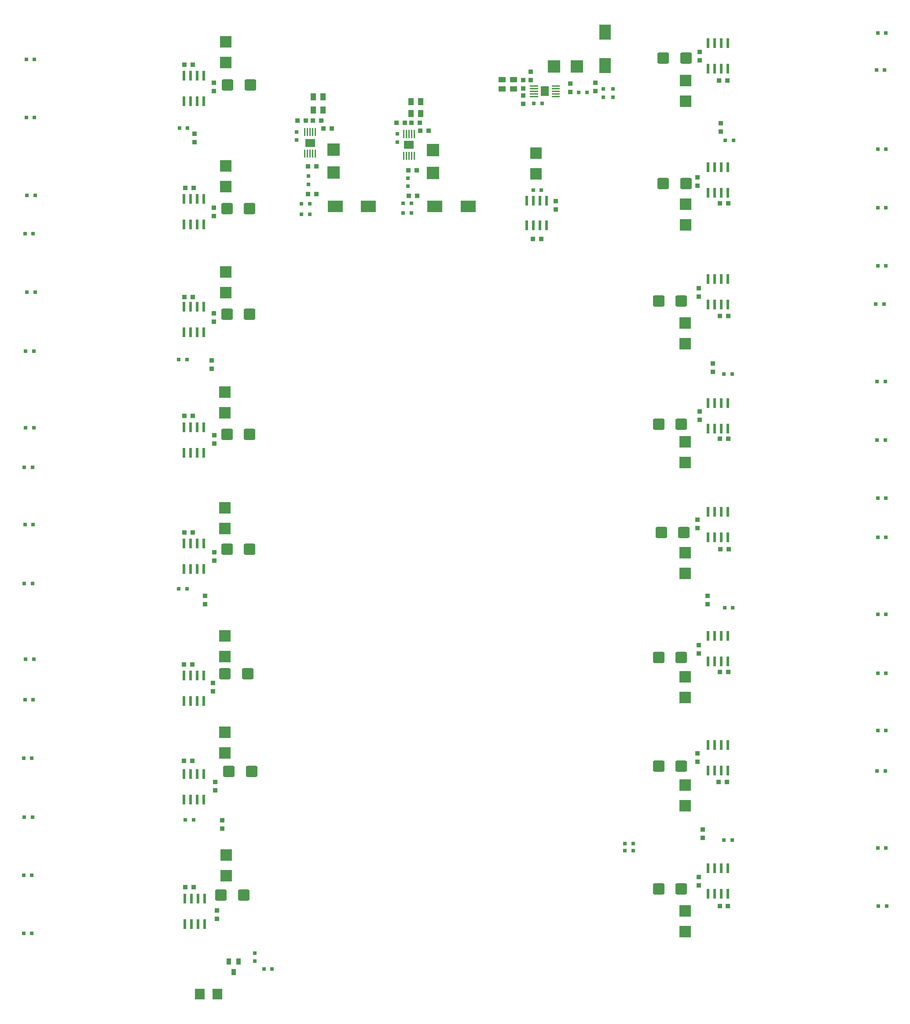
<source format=gtp>
G04 Layer_Color=8421504*
%FSLAX44Y44*%
%MOMM*%
G71*
G01*
G75*
%ADD10R,0.8636X0.9652*%
%ADD11R,0.7556X0.8000*%
%ADD12R,2.2606X2.3114*%
%ADD13R,0.9652X0.8636*%
%ADD14R,0.8000X0.7556*%
%ADD15R,2.4000X2.4000*%
%ADD16R,2.2098X3.0000*%
%ADD17R,0.5080X1.9812*%
G04:AMPARAMS|DCode=18|XSize=2.25mm|YSize=2.12mm|CornerRadius=0.265mm|HoleSize=0mm|Usage=FLASHONLY|Rotation=180.000|XOffset=0mm|YOffset=0mm|HoleType=Round|Shape=RoundedRectangle|*
%AMROUNDEDRECTD18*
21,1,2.2500,1.5900,0,0,180.0*
21,1,1.7200,2.1200,0,0,180.0*
1,1,0.5300,-0.8600,0.7950*
1,1,0.5300,0.8600,0.7950*
1,1,0.5300,0.8600,-0.7950*
1,1,0.5300,-0.8600,-0.7950*
%
%ADD18ROUNDEDRECTD18*%
%ADD19R,1.9558X2.1590*%
%ADD20R,0.9398X1.1684*%
%ADD21R,3.0000X2.2098*%
%ADD22R,2.4000X2.4000*%
%ADD23R,1.8800X1.5700*%
%ADD25R,1.1176X1.4478*%
%ADD26R,1.4478X1.1176*%
%ADD27R,1.5700X1.8800*%
%ADD29R,0.5588X1.9812*%
G36*
X816400Y1674990D02*
X813900D01*
Y1690490D01*
X816400D01*
Y1674990D01*
D02*
G37*
G36*
X646030Y1636910D02*
X643530D01*
Y1652410D01*
X646030D01*
Y1636910D01*
D02*
G37*
G36*
X641030D02*
X638530D01*
Y1652410D01*
X641030D01*
Y1636910D01*
D02*
G37*
G36*
X821400Y1674990D02*
X818900D01*
Y1690490D01*
X821400D01*
Y1674990D01*
D02*
G37*
G36*
X836400D02*
X833900D01*
Y1690490D01*
X836400D01*
Y1674990D01*
D02*
G37*
G36*
X831400D02*
X828900D01*
Y1690490D01*
X831400D01*
Y1674990D01*
D02*
G37*
G36*
X826400D02*
X823900D01*
Y1690490D01*
X826400D01*
Y1674990D01*
D02*
G37*
G36*
X636030Y1636910D02*
X633530D01*
Y1652410D01*
X636030D01*
Y1636910D01*
D02*
G37*
G36*
X826400Y1632990D02*
X823900D01*
Y1648490D01*
X826400D01*
Y1632990D01*
D02*
G37*
G36*
X821400D02*
X818900D01*
Y1648490D01*
X821400D01*
Y1632990D01*
D02*
G37*
G36*
X816400D02*
X813900D01*
Y1648490D01*
X816400D01*
Y1632990D01*
D02*
G37*
G36*
X831400D02*
X828900D01*
Y1648490D01*
X831400D01*
Y1632990D01*
D02*
G37*
G36*
X631030Y1636910D02*
X628530D01*
Y1652410D01*
X631030D01*
Y1636910D01*
D02*
G37*
G36*
X626030D02*
X623530D01*
Y1652410D01*
X626030D01*
Y1636910D01*
D02*
G37*
G36*
X836400Y1632990D02*
X833900D01*
Y1648490D01*
X836400D01*
Y1632990D01*
D02*
G37*
G36*
X1115290Y1763700D02*
X1099790D01*
Y1766200D01*
X1115290D01*
Y1763700D01*
D02*
G37*
G36*
X1073290D02*
X1057790D01*
Y1766200D01*
X1073290D01*
Y1763700D01*
D02*
G37*
G36*
X1115290Y1758700D02*
X1099790D01*
Y1761200D01*
X1115290D01*
Y1758700D01*
D02*
G37*
G36*
X1073290Y1768700D02*
X1057790D01*
Y1771200D01*
X1073290D01*
Y1768700D01*
D02*
G37*
G36*
X1115290Y1773700D02*
X1099790D01*
Y1776200D01*
X1115290D01*
Y1773700D01*
D02*
G37*
G36*
X1073290D02*
X1057790D01*
Y1776200D01*
X1073290D01*
Y1773700D01*
D02*
G37*
G36*
X1115290Y1768700D02*
X1099790D01*
Y1771200D01*
X1115290D01*
Y1768700D01*
D02*
G37*
G36*
X1073290Y1758700D02*
X1057790D01*
Y1761200D01*
X1073290D01*
Y1758700D01*
D02*
G37*
G36*
X636030Y1678910D02*
X633530D01*
Y1694410D01*
X636030D01*
Y1678910D01*
D02*
G37*
G36*
X631030D02*
X628530D01*
Y1694410D01*
X631030D01*
Y1678910D01*
D02*
G37*
G36*
X626030D02*
X623530D01*
Y1694410D01*
X626030D01*
Y1678910D01*
D02*
G37*
G36*
X641030D02*
X638530D01*
Y1694410D01*
X641030D01*
Y1678910D01*
D02*
G37*
G36*
X1115290Y1753700D02*
X1099790D01*
Y1756200D01*
X1115290D01*
Y1753700D01*
D02*
G37*
G36*
X1073290D02*
X1057790D01*
Y1756200D01*
X1073290D01*
Y1753700D01*
D02*
G37*
G36*
X646030Y1678910D02*
X643530D01*
Y1694410D01*
X646030D01*
Y1678910D01*
D02*
G37*
D10*
X1422019Y1785620D02*
D03*
X1438021D02*
D03*
X1063879Y1480820D02*
D03*
X1079881D02*
D03*
X410591Y233680D02*
D03*
X394589D02*
D03*
X408051Y476250D02*
D03*
X392049D02*
D03*
X408051Y661670D02*
D03*
X392049D02*
D03*
X409321Y915670D02*
D03*
X393319D02*
D03*
X409321Y1140460D02*
D03*
X393319D02*
D03*
X409321Y1369060D02*
D03*
X393319D02*
D03*
X410591Y1578610D02*
D03*
X394589D02*
D03*
X409321Y1816100D02*
D03*
X393319D02*
D03*
X646941Y1567180D02*
D03*
X630939D02*
D03*
X646941Y1620520D02*
D03*
X630939D02*
D03*
X676151Y1692910D02*
D03*
X660149D02*
D03*
X626621Y1708150D02*
D03*
X610619D02*
D03*
X655831D02*
D03*
X639829D02*
D03*
X841121Y1563370D02*
D03*
X825119D02*
D03*
X839851Y1612900D02*
D03*
X823849D02*
D03*
X862711Y1689100D02*
D03*
X846709D02*
D03*
X816991Y1704340D02*
D03*
X800989D02*
D03*
X846201D02*
D03*
X830199D02*
D03*
X1422908Y196850D02*
D03*
X1438910D02*
D03*
X1420749Y435610D02*
D03*
X1436751D02*
D03*
X1423289Y647700D02*
D03*
X1439291D02*
D03*
X1424559Y883920D02*
D03*
X1440561D02*
D03*
X1423289Y1096010D02*
D03*
X1439291D02*
D03*
X1423289Y1332230D02*
D03*
X1439291D02*
D03*
X1423289Y1549400D02*
D03*
X1439291D02*
D03*
D11*
X1256188Y303530D02*
D03*
X1240632D02*
D03*
X1256188Y317500D02*
D03*
X1240632D02*
D03*
X99218Y256540D02*
D03*
X83662D02*
D03*
X100488Y817880D02*
D03*
X84932D02*
D03*
X101758Y1490980D02*
D03*
X86202D02*
D03*
X103028Y1117600D02*
D03*
X87472D02*
D03*
X104298Y1714500D02*
D03*
X88742D02*
D03*
X103028Y1264920D02*
D03*
X87472D02*
D03*
X104298Y1826260D02*
D03*
X88742D02*
D03*
X105568Y1377950D02*
D03*
X90012D02*
D03*
X1727042Y1428750D02*
D03*
X1742598D02*
D03*
X1727042Y1877060D02*
D03*
X1742598D02*
D03*
X1723232Y1355090D02*
D03*
X1738788D02*
D03*
X1724344Y1805940D02*
D03*
X1739900D02*
D03*
X1431132Y1220470D02*
D03*
X1446688D02*
D03*
X1725772Y1206500D02*
D03*
X1741328D02*
D03*
X1727042Y1653540D02*
D03*
X1742598D02*
D03*
X1725772Y1093470D02*
D03*
X1741328D02*
D03*
X1727042Y1540510D02*
D03*
X1742598D02*
D03*
X1727042Y534670D02*
D03*
X1742598D02*
D03*
X1727042Y981710D02*
D03*
X1742598D02*
D03*
X1725772Y457200D02*
D03*
X1741328D02*
D03*
X1727042Y906780D02*
D03*
X1742598D02*
D03*
X1431132Y323850D02*
D03*
X1446688D02*
D03*
X1432402Y770890D02*
D03*
X1447958D02*
D03*
X1727042Y308610D02*
D03*
X1742598D02*
D03*
X1727042Y758190D02*
D03*
X1742598D02*
D03*
X1728312Y196850D02*
D03*
X1743868D02*
D03*
X99218Y144780D02*
D03*
X83662D02*
D03*
X561498Y76200D02*
D03*
X545942D02*
D03*
X100488Y368300D02*
D03*
X84932D02*
D03*
X101758Y594360D02*
D03*
X86202D02*
D03*
X99218Y481330D02*
D03*
X83662D02*
D03*
X103028Y671830D02*
D03*
X87472D02*
D03*
X410368Y363220D02*
D03*
X394812D02*
D03*
X397668Y807720D02*
D03*
X382112D02*
D03*
X101758Y930910D02*
D03*
X86202D02*
D03*
X100488Y1041400D02*
D03*
X84932D02*
D03*
X397668Y1248410D02*
D03*
X382112D02*
D03*
X105568Y1564640D02*
D03*
X90012D02*
D03*
X398938Y1694180D02*
D03*
X383382D02*
D03*
X618462Y1527810D02*
D03*
X634018D02*
D03*
Y1548130D02*
D03*
X618462D02*
D03*
X813912Y1530350D02*
D03*
X829468D02*
D03*
Y1549400D02*
D03*
X813912D02*
D03*
X1080928Y1741170D02*
D03*
X1065372D02*
D03*
X1167288Y1762760D02*
D03*
X1151732D02*
D03*
X1079658Y1574800D02*
D03*
X1064102D02*
D03*
X1727042Y645160D02*
D03*
X1742598D02*
D03*
X1433672Y1670050D02*
D03*
X1449228D02*
D03*
D12*
X471170Y677291D02*
D03*
Y717169D02*
D03*
X473710Y255651D02*
D03*
Y295529D02*
D03*
X471170Y491871D02*
D03*
Y531749D02*
D03*
Y923671D02*
D03*
Y963549D02*
D03*
Y1145921D02*
D03*
Y1185799D02*
D03*
X472440Y1377061D02*
D03*
Y1416939D02*
D03*
Y1581531D02*
D03*
Y1621409D02*
D03*
Y1820291D02*
D03*
Y1860169D02*
D03*
X1069340Y1605661D02*
D03*
Y1645539D02*
D03*
X1356360Y187579D02*
D03*
Y147701D02*
D03*
Y430149D02*
D03*
Y390271D02*
D03*
Y638429D02*
D03*
Y598551D02*
D03*
Y877189D02*
D03*
Y837311D02*
D03*
Y1090549D02*
D03*
Y1050671D02*
D03*
Y1319149D02*
D03*
Y1279271D02*
D03*
X1357630Y1547749D02*
D03*
Y1507871D02*
D03*
Y1785239D02*
D03*
Y1745361D02*
D03*
D13*
X1135380Y1779651D02*
D03*
Y1763649D02*
D03*
X1390650Y328549D02*
D03*
Y344551D02*
D03*
X455930Y172339D02*
D03*
Y188341D02*
D03*
X466090Y362331D02*
D03*
Y346329D02*
D03*
X452120Y419989D02*
D03*
Y435991D02*
D03*
X448310Y610489D02*
D03*
Y626491D02*
D03*
X433070Y794131D02*
D03*
Y778129D02*
D03*
X450850Y861949D02*
D03*
Y877951D02*
D03*
Y1086739D02*
D03*
Y1102741D02*
D03*
X445770Y1247140D02*
D03*
Y1231138D02*
D03*
X449580Y1321689D02*
D03*
Y1337691D02*
D03*
Y1524889D02*
D03*
Y1540891D02*
D03*
X412750Y1683131D02*
D03*
Y1667129D02*
D03*
X449580Y1764919D02*
D03*
Y1780921D02*
D03*
X1045210Y1756791D02*
D03*
Y1740789D02*
D03*
Y1786001D02*
D03*
Y1769999D02*
D03*
X1059180Y1802511D02*
D03*
Y1786509D02*
D03*
X1183640Y1780921D02*
D03*
Y1764919D02*
D03*
X1107440Y1537589D02*
D03*
Y1553591D02*
D03*
X1383030Y252730D02*
D03*
Y236728D02*
D03*
X1380490Y490601D02*
D03*
Y474599D02*
D03*
X1383030Y698881D02*
D03*
Y682879D02*
D03*
X1399540Y778129D02*
D03*
Y794131D02*
D03*
X1380490Y940181D02*
D03*
Y924179D02*
D03*
X1384300Y1148461D02*
D03*
Y1132459D02*
D03*
X1409700Y1225169D02*
D03*
Y1241171D02*
D03*
X1383030Y1385951D02*
D03*
Y1369949D02*
D03*
X1380490Y1599311D02*
D03*
Y1583309D02*
D03*
X1424940Y1687449D02*
D03*
Y1703451D02*
D03*
X1384300Y1840611D02*
D03*
Y1824609D02*
D03*
D14*
X1198880Y1769268D02*
D03*
Y1753712D02*
D03*
X528320Y106838D02*
D03*
Y91282D02*
D03*
X631320Y1586072D02*
D03*
Y1601628D02*
D03*
X608460Y1671162D02*
D03*
Y1686718D02*
D03*
X822960Y1582262D02*
D03*
Y1597818D02*
D03*
X802640Y1667352D02*
D03*
Y1682908D02*
D03*
X1217930Y1753712D02*
D03*
Y1769268D02*
D03*
D15*
X1104490Y1812290D02*
D03*
X1148490D02*
D03*
D16*
X1202690Y1814576D02*
D03*
Y1878584D02*
D03*
D17*
X1438910Y507238D02*
D03*
X1426210D02*
D03*
X1413510D02*
D03*
X1400810D02*
D03*
Y457962D02*
D03*
X1413510D02*
D03*
X1426210D02*
D03*
X1438910D02*
D03*
X393700Y162052D02*
D03*
X406400D02*
D03*
X419100D02*
D03*
X431800D02*
D03*
Y211328D02*
D03*
X419100D02*
D03*
X406400D02*
D03*
X393700D02*
D03*
X392430Y402082D02*
D03*
X405130D02*
D03*
X417830D02*
D03*
X430530D02*
D03*
Y451358D02*
D03*
X417830D02*
D03*
X405130D02*
D03*
X392430D02*
D03*
Y591312D02*
D03*
X405130D02*
D03*
X417830D02*
D03*
X430530D02*
D03*
Y640588D02*
D03*
X417830D02*
D03*
X405130D02*
D03*
X392430D02*
D03*
Y845312D02*
D03*
X405130D02*
D03*
X417830D02*
D03*
X430530D02*
D03*
Y894588D02*
D03*
X417830D02*
D03*
X405130D02*
D03*
X392430D02*
D03*
Y1068832D02*
D03*
X405130D02*
D03*
X417830D02*
D03*
X430530D02*
D03*
Y1118108D02*
D03*
X417830D02*
D03*
X405130D02*
D03*
X392430D02*
D03*
Y1301242D02*
D03*
X405130D02*
D03*
X417830D02*
D03*
X430530D02*
D03*
Y1350518D02*
D03*
X417830D02*
D03*
X405130D02*
D03*
X392430D02*
D03*
Y1508252D02*
D03*
X405130D02*
D03*
X417830D02*
D03*
X430530D02*
D03*
Y1557528D02*
D03*
X417830D02*
D03*
X405130D02*
D03*
X392430D02*
D03*
Y1745742D02*
D03*
X405130D02*
D03*
X417830D02*
D03*
X430530D02*
D03*
Y1795018D02*
D03*
X417830D02*
D03*
X405130D02*
D03*
X392430D02*
D03*
X1438910Y269748D02*
D03*
X1426210D02*
D03*
X1413510D02*
D03*
X1400810D02*
D03*
Y220472D02*
D03*
X1413510D02*
D03*
X1426210D02*
D03*
X1438910D02*
D03*
Y716788D02*
D03*
X1426210D02*
D03*
X1413510D02*
D03*
X1400810D02*
D03*
Y667512D02*
D03*
X1413510D02*
D03*
X1426210D02*
D03*
X1438910D02*
D03*
Y955548D02*
D03*
X1426210D02*
D03*
X1413510D02*
D03*
X1400810D02*
D03*
Y906272D02*
D03*
X1413510D02*
D03*
X1426210D02*
D03*
X1438910D02*
D03*
Y1165098D02*
D03*
X1426210D02*
D03*
X1413510D02*
D03*
X1400810D02*
D03*
Y1115822D02*
D03*
X1413510D02*
D03*
X1426210D02*
D03*
X1438910D02*
D03*
Y1403858D02*
D03*
X1426210D02*
D03*
X1413510D02*
D03*
X1400810D02*
D03*
Y1354582D02*
D03*
X1413510D02*
D03*
X1426210D02*
D03*
X1438910D02*
D03*
Y1618488D02*
D03*
X1426210D02*
D03*
X1413510D02*
D03*
X1400810D02*
D03*
Y1569212D02*
D03*
X1413510D02*
D03*
X1426210D02*
D03*
X1438910D02*
D03*
Y1857248D02*
D03*
X1426210D02*
D03*
X1413510D02*
D03*
X1400810D02*
D03*
Y1807972D02*
D03*
X1413510D02*
D03*
X1426210D02*
D03*
X1438910D02*
D03*
D18*
X463290Y218440D02*
D03*
X506990D02*
D03*
X478530Y455930D02*
D03*
X522230D02*
D03*
X470910Y643890D02*
D03*
X514610D02*
D03*
X474720Y883920D02*
D03*
X518420D02*
D03*
X474720Y1104900D02*
D03*
X518420D02*
D03*
X474720Y1336040D02*
D03*
X518420D02*
D03*
X474720Y1539240D02*
D03*
X518420D02*
D03*
X475990Y1776730D02*
D03*
X519690D02*
D03*
X1349000Y229870D02*
D03*
X1305300D02*
D03*
X1349000Y466090D02*
D03*
X1305300D02*
D03*
X1349000Y675640D02*
D03*
X1305300D02*
D03*
X1354080Y915670D02*
D03*
X1310380D02*
D03*
X1349000Y1123950D02*
D03*
X1305300D02*
D03*
X1349000Y1361440D02*
D03*
X1305300D02*
D03*
X1357890Y1587500D02*
D03*
X1314190D02*
D03*
X1357890Y1828800D02*
D03*
X1314190D02*
D03*
D19*
X456184Y27940D02*
D03*
X422656D02*
D03*
D20*
X497205Y90297D02*
D03*
X478155D02*
D03*
X487680Y69723D02*
D03*
D21*
X683136Y1543050D02*
D03*
X747144D02*
D03*
X874776D02*
D03*
X938784D02*
D03*
D22*
X679580Y1652680D02*
D03*
Y1608680D02*
D03*
X871220Y1651410D02*
D03*
Y1607410D02*
D03*
D23*
X634780Y1665660D02*
D03*
X825150Y1661740D02*
D03*
D25*
X641353Y1728470D02*
D03*
X659387D02*
D03*
X641353Y1753870D02*
D03*
X659387D02*
D03*
X829183Y1722120D02*
D03*
X847217D02*
D03*
X829183Y1744980D02*
D03*
X847217D02*
D03*
D26*
X1004570Y1768983D02*
D03*
Y1787017D02*
D03*
X1026160Y1768983D02*
D03*
Y1787017D02*
D03*
D27*
X1086540Y1764950D02*
D03*
D29*
X1051560Y1507236D02*
D03*
X1064260D02*
D03*
X1076960D02*
D03*
X1089660D02*
D03*
Y1554480D02*
D03*
X1076960D02*
D03*
X1064260D02*
D03*
X1051560D02*
D03*
M02*

</source>
